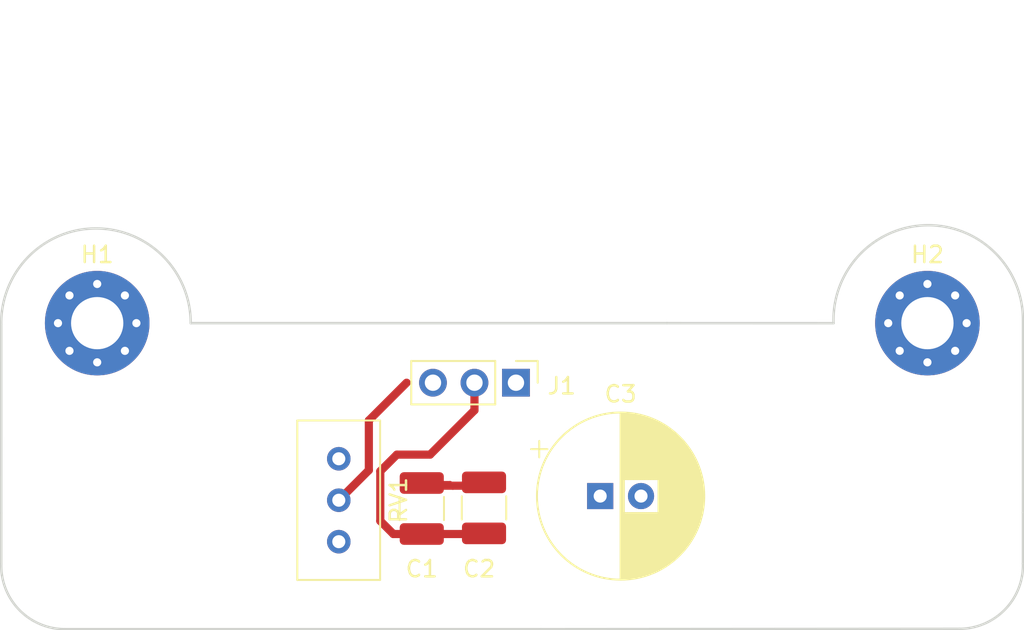
<source format=kicad_pcb>
(kicad_pcb (version 20171130) (host pcbnew "(5.1.9)-1")

  (general
    (thickness 1.6)
    (drawings 14)
    (tracks 22)
    (zones 0)
    (modules 7)
    (nets 5)
  )

  (page A4)
  (layers
    (0 F.Cu signal)
    (31 B.Cu signal)
    (32 B.Adhes user)
    (33 F.Adhes user)
    (34 B.Paste user)
    (35 F.Paste user)
    (36 B.SilkS user)
    (37 F.SilkS user)
    (38 B.Mask user)
    (39 F.Mask user)
    (40 Dwgs.User user)
    (41 Cmts.User user)
    (42 Eco1.User user)
    (43 Eco2.User user)
    (44 Edge.Cuts user)
    (45 Margin user)
    (46 B.CrtYd user)
    (47 F.CrtYd user)
    (48 B.Fab user)
    (49 F.Fab user hide)
  )

  (setup
    (last_trace_width 0.25)
    (user_trace_width 0.5)
    (trace_clearance 0.2)
    (zone_clearance 0.508)
    (zone_45_only no)
    (trace_min 0.2)
    (via_size 0.8)
    (via_drill 0.4)
    (via_min_size 0.4)
    (via_min_drill 0.3)
    (uvia_size 0.3)
    (uvia_drill 0.1)
    (uvias_allowed no)
    (uvia_min_size 0.2)
    (uvia_min_drill 0.1)
    (edge_width 0.05)
    (segment_width 0.2)
    (pcb_text_width 0.3)
    (pcb_text_size 1.5 1.5)
    (mod_edge_width 0.12)
    (mod_text_size 1 1)
    (mod_text_width 0.15)
    (pad_size 6.4 6.4)
    (pad_drill 3.2)
    (pad_to_mask_clearance 0)
    (aux_axis_origin 0 0)
    (visible_elements 7FFFFFFF)
    (pcbplotparams
      (layerselection 0x010fc_ffffffff)
      (usegerberextensions false)
      (usegerberattributes true)
      (usegerberadvancedattributes true)
      (creategerberjobfile true)
      (excludeedgelayer true)
      (linewidth 0.100000)
      (plotframeref false)
      (viasonmask false)
      (mode 1)
      (useauxorigin false)
      (hpglpennumber 1)
      (hpglpenspeed 20)
      (hpglpendiameter 15.000000)
      (psnegative false)
      (psa4output false)
      (plotreference true)
      (plotvalue true)
      (plotinvisibletext false)
      (padsonsilk false)
      (subtractmaskfromsilk false)
      (outputformat 1)
      (mirror false)
      (drillshape 1)
      (scaleselection 1)
      (outputdirectory ""))
  )

  (net 0 "")
  (net 1 Sense-)
  (net 2 Sense+)
  (net 3 TR)
  (net 4 "Net-(RV1-Pad3)")

  (net_class Default "This is the default net class."
    (clearance 0.2)
    (trace_width 0.25)
    (via_dia 0.8)
    (via_drill 0.4)
    (uvia_dia 0.3)
    (uvia_drill 0.1)
    (add_net "Net-(RV1-Pad3)")
    (add_net Sense+)
    (add_net Sense-)
    (add_net TR)
  )

  (module MountingHole:MountingHole_3.2mm_M3_Pad_Via (layer F.Cu) (tedit 56DDBCCA) (tstamp 609D26ED)
    (at 169.95 54.4)
    (descr "Mounting Hole 3.2mm, M3")
    (tags "mounting hole 3.2mm m3")
    (path /607F97D8)
    (attr virtual)
    (fp_text reference H2 (at 0 -4.2) (layer F.SilkS)
      (effects (font (size 1 1) (thickness 0.15)))
    )
    (fp_text value MountingHole_Pad (at 0 4.2) (layer F.Fab)
      (effects (font (size 1 1) (thickness 0.15)))
    )
    (fp_circle (center 0 0) (end 3.2 0) (layer Cmts.User) (width 0.15))
    (fp_circle (center 0 0) (end 3.45 0) (layer F.CrtYd) (width 0.05))
    (fp_text user %R (at 0.3 0) (layer F.Fab)
      (effects (font (size 1 1) (thickness 0.15)))
    )
    (pad 1 thru_hole circle (at 1.697056 -1.697056) (size 0.8 0.8) (drill 0.5) (layers *.Cu *.Mask)
      (net 1 Sense-))
    (pad 1 thru_hole circle (at 0 -2.4) (size 0.8 0.8) (drill 0.5) (layers *.Cu *.Mask)
      (net 1 Sense-))
    (pad 1 thru_hole circle (at -1.697056 -1.697056) (size 0.8 0.8) (drill 0.5) (layers *.Cu *.Mask)
      (net 1 Sense-))
    (pad 1 thru_hole circle (at -2.4 0) (size 0.8 0.8) (drill 0.5) (layers *.Cu *.Mask)
      (net 1 Sense-))
    (pad 1 thru_hole circle (at -1.697056 1.697056) (size 0.8 0.8) (drill 0.5) (layers *.Cu *.Mask)
      (net 1 Sense-))
    (pad 1 thru_hole circle (at 0 2.4) (size 0.8 0.8) (drill 0.5) (layers *.Cu *.Mask)
      (net 1 Sense-))
    (pad 1 thru_hole circle (at 1.697056 1.697056) (size 0.8 0.8) (drill 0.5) (layers *.Cu *.Mask)
      (net 1 Sense-))
    (pad 1 thru_hole circle (at 2.4 0) (size 0.8 0.8) (drill 0.5) (layers *.Cu *.Mask)
      (net 1 Sense-))
    (pad 1 thru_hole circle (at 0 0) (size 6.4 6.4) (drill 3.2) (layers *.Cu *.Mask)
      (net 1 Sense-))
  )

  (module MountingHole:MountingHole_3.2mm_M3_Pad_Via (layer F.Cu) (tedit 56DDBCCA) (tstamp 609D3B33)
    (at 119.125 54.4)
    (descr "Mounting Hole 3.2mm, M3")
    (tags "mounting hole 3.2mm m3")
    (path /607F8F12)
    (attr virtual)
    (fp_text reference H1 (at 0 -4.2) (layer F.SilkS)
      (effects (font (size 1 1) (thickness 0.15)))
    )
    (fp_text value MountingHole_Pad (at 0 4.2) (layer F.Fab)
      (effects (font (size 1 1) (thickness 0.15)))
    )
    (fp_circle (center 0 0) (end 3.2 0) (layer Cmts.User) (width 0.15))
    (fp_circle (center 0 0) (end 3.45 0) (layer F.CrtYd) (width 0.05))
    (fp_text user %R (at 0.3 0) (layer F.Fab)
      (effects (font (size 1 1) (thickness 0.15)))
    )
    (pad 1 thru_hole circle (at 1.697056 -1.697056) (size 0.8 0.8) (drill 0.5) (layers *.Cu *.Mask)
      (net 2 Sense+))
    (pad 1 thru_hole circle (at 0 -2.4) (size 0.8 0.8) (drill 0.5) (layers *.Cu *.Mask)
      (net 2 Sense+))
    (pad 1 thru_hole circle (at -1.697056 -1.697056) (size 0.8 0.8) (drill 0.5) (layers *.Cu *.Mask)
      (net 2 Sense+))
    (pad 1 thru_hole circle (at -2.4 0) (size 0.8 0.8) (drill 0.5) (layers *.Cu *.Mask)
      (net 2 Sense+))
    (pad 1 thru_hole circle (at -1.697056 1.697056) (size 0.8 0.8) (drill 0.5) (layers *.Cu *.Mask)
      (net 2 Sense+))
    (pad 1 thru_hole circle (at 0 2.4) (size 0.8 0.8) (drill 0.5) (layers *.Cu *.Mask)
      (net 2 Sense+))
    (pad 1 thru_hole circle (at 1.697056 1.697056) (size 0.8 0.8) (drill 0.5) (layers *.Cu *.Mask)
      (net 2 Sense+))
    (pad 1 thru_hole circle (at 2.4 0) (size 0.8 0.8) (drill 0.5) (layers *.Cu *.Mask)
      (net 2 Sense+))
    (pad 1 thru_hole circle (at 0 0) (size 6.4 6.4) (drill 3.2) (layers *.Cu *.Mask)
      (net 2 Sense+))
  )

  (module Capacitor_THT:CP_Radial_D10.0mm_P2.50mm (layer F.Cu) (tedit 5AE50EF1) (tstamp 60873ECA)
    (at 149.917 64.995)
    (descr "CP, Radial series, Radial, pin pitch=2.50mm, , diameter=10mm, Electrolytic Capacitor")
    (tags "CP Radial series Radial pin pitch 2.50mm  diameter 10mm Electrolytic Capacitor")
    (path /607F6320)
    (fp_text reference C3 (at 1.25 -6.25) (layer F.SilkS)
      (effects (font (size 1 1) (thickness 0.15)))
    )
    (fp_text value 2.2m (at 1.25 6.25) (layer F.Fab)
      (effects (font (size 1 1) (thickness 0.15)))
    )
    (fp_circle (center 1.25 0) (end 6.25 0) (layer F.Fab) (width 0.1))
    (fp_circle (center 1.25 0) (end 6.37 0) (layer F.SilkS) (width 0.12))
    (fp_circle (center 1.25 0) (end 6.5 0) (layer F.CrtYd) (width 0.05))
    (fp_line (start -3.038861 -2.1875) (end -2.038861 -2.1875) (layer F.Fab) (width 0.1))
    (fp_line (start -2.538861 -2.6875) (end -2.538861 -1.6875) (layer F.Fab) (width 0.1))
    (fp_line (start 1.25 -5.08) (end 1.25 5.08) (layer F.SilkS) (width 0.12))
    (fp_line (start 1.29 -5.08) (end 1.29 5.08) (layer F.SilkS) (width 0.12))
    (fp_line (start 1.33 -5.08) (end 1.33 5.08) (layer F.SilkS) (width 0.12))
    (fp_line (start 1.37 -5.079) (end 1.37 5.079) (layer F.SilkS) (width 0.12))
    (fp_line (start 1.41 -5.078) (end 1.41 5.078) (layer F.SilkS) (width 0.12))
    (fp_line (start 1.45 -5.077) (end 1.45 5.077) (layer F.SilkS) (width 0.12))
    (fp_line (start 1.49 -5.075) (end 1.49 -1.04) (layer F.SilkS) (width 0.12))
    (fp_line (start 1.49 1.04) (end 1.49 5.075) (layer F.SilkS) (width 0.12))
    (fp_line (start 1.53 -5.073) (end 1.53 -1.04) (layer F.SilkS) (width 0.12))
    (fp_line (start 1.53 1.04) (end 1.53 5.073) (layer F.SilkS) (width 0.12))
    (fp_line (start 1.57 -5.07) (end 1.57 -1.04) (layer F.SilkS) (width 0.12))
    (fp_line (start 1.57 1.04) (end 1.57 5.07) (layer F.SilkS) (width 0.12))
    (fp_line (start 1.61 -5.068) (end 1.61 -1.04) (layer F.SilkS) (width 0.12))
    (fp_line (start 1.61 1.04) (end 1.61 5.068) (layer F.SilkS) (width 0.12))
    (fp_line (start 1.65 -5.065) (end 1.65 -1.04) (layer F.SilkS) (width 0.12))
    (fp_line (start 1.65 1.04) (end 1.65 5.065) (layer F.SilkS) (width 0.12))
    (fp_line (start 1.69 -5.062) (end 1.69 -1.04) (layer F.SilkS) (width 0.12))
    (fp_line (start 1.69 1.04) (end 1.69 5.062) (layer F.SilkS) (width 0.12))
    (fp_line (start 1.73 -5.058) (end 1.73 -1.04) (layer F.SilkS) (width 0.12))
    (fp_line (start 1.73 1.04) (end 1.73 5.058) (layer F.SilkS) (width 0.12))
    (fp_line (start 1.77 -5.054) (end 1.77 -1.04) (layer F.SilkS) (width 0.12))
    (fp_line (start 1.77 1.04) (end 1.77 5.054) (layer F.SilkS) (width 0.12))
    (fp_line (start 1.81 -5.05) (end 1.81 -1.04) (layer F.SilkS) (width 0.12))
    (fp_line (start 1.81 1.04) (end 1.81 5.05) (layer F.SilkS) (width 0.12))
    (fp_line (start 1.85 -5.045) (end 1.85 -1.04) (layer F.SilkS) (width 0.12))
    (fp_line (start 1.85 1.04) (end 1.85 5.045) (layer F.SilkS) (width 0.12))
    (fp_line (start 1.89 -5.04) (end 1.89 -1.04) (layer F.SilkS) (width 0.12))
    (fp_line (start 1.89 1.04) (end 1.89 5.04) (layer F.SilkS) (width 0.12))
    (fp_line (start 1.93 -5.035) (end 1.93 -1.04) (layer F.SilkS) (width 0.12))
    (fp_line (start 1.93 1.04) (end 1.93 5.035) (layer F.SilkS) (width 0.12))
    (fp_line (start 1.971 -5.03) (end 1.971 -1.04) (layer F.SilkS) (width 0.12))
    (fp_line (start 1.971 1.04) (end 1.971 5.03) (layer F.SilkS) (width 0.12))
    (fp_line (start 2.011 -5.024) (end 2.011 -1.04) (layer F.SilkS) (width 0.12))
    (fp_line (start 2.011 1.04) (end 2.011 5.024) (layer F.SilkS) (width 0.12))
    (fp_line (start 2.051 -5.018) (end 2.051 -1.04) (layer F.SilkS) (width 0.12))
    (fp_line (start 2.051 1.04) (end 2.051 5.018) (layer F.SilkS) (width 0.12))
    (fp_line (start 2.091 -5.011) (end 2.091 -1.04) (layer F.SilkS) (width 0.12))
    (fp_line (start 2.091 1.04) (end 2.091 5.011) (layer F.SilkS) (width 0.12))
    (fp_line (start 2.131 -5.004) (end 2.131 -1.04) (layer F.SilkS) (width 0.12))
    (fp_line (start 2.131 1.04) (end 2.131 5.004) (layer F.SilkS) (width 0.12))
    (fp_line (start 2.171 -4.997) (end 2.171 -1.04) (layer F.SilkS) (width 0.12))
    (fp_line (start 2.171 1.04) (end 2.171 4.997) (layer F.SilkS) (width 0.12))
    (fp_line (start 2.211 -4.99) (end 2.211 -1.04) (layer F.SilkS) (width 0.12))
    (fp_line (start 2.211 1.04) (end 2.211 4.99) (layer F.SilkS) (width 0.12))
    (fp_line (start 2.251 -4.982) (end 2.251 -1.04) (layer F.SilkS) (width 0.12))
    (fp_line (start 2.251 1.04) (end 2.251 4.982) (layer F.SilkS) (width 0.12))
    (fp_line (start 2.291 -4.974) (end 2.291 -1.04) (layer F.SilkS) (width 0.12))
    (fp_line (start 2.291 1.04) (end 2.291 4.974) (layer F.SilkS) (width 0.12))
    (fp_line (start 2.331 -4.965) (end 2.331 -1.04) (layer F.SilkS) (width 0.12))
    (fp_line (start 2.331 1.04) (end 2.331 4.965) (layer F.SilkS) (width 0.12))
    (fp_line (start 2.371 -4.956) (end 2.371 -1.04) (layer F.SilkS) (width 0.12))
    (fp_line (start 2.371 1.04) (end 2.371 4.956) (layer F.SilkS) (width 0.12))
    (fp_line (start 2.411 -4.947) (end 2.411 -1.04) (layer F.SilkS) (width 0.12))
    (fp_line (start 2.411 1.04) (end 2.411 4.947) (layer F.SilkS) (width 0.12))
    (fp_line (start 2.451 -4.938) (end 2.451 -1.04) (layer F.SilkS) (width 0.12))
    (fp_line (start 2.451 1.04) (end 2.451 4.938) (layer F.SilkS) (width 0.12))
    (fp_line (start 2.491 -4.928) (end 2.491 -1.04) (layer F.SilkS) (width 0.12))
    (fp_line (start 2.491 1.04) (end 2.491 4.928) (layer F.SilkS) (width 0.12))
    (fp_line (start 2.531 -4.918) (end 2.531 -1.04) (layer F.SilkS) (width 0.12))
    (fp_line (start 2.531 1.04) (end 2.531 4.918) (layer F.SilkS) (width 0.12))
    (fp_line (start 2.571 -4.907) (end 2.571 -1.04) (layer F.SilkS) (width 0.12))
    (fp_line (start 2.571 1.04) (end 2.571 4.907) (layer F.SilkS) (width 0.12))
    (fp_line (start 2.611 -4.897) (end 2.611 -1.04) (layer F.SilkS) (width 0.12))
    (fp_line (start 2.611 1.04) (end 2.611 4.897) (layer F.SilkS) (width 0.12))
    (fp_line (start 2.651 -4.885) (end 2.651 -1.04) (layer F.SilkS) (width 0.12))
    (fp_line (start 2.651 1.04) (end 2.651 4.885) (layer F.SilkS) (width 0.12))
    (fp_line (start 2.691 -4.874) (end 2.691 -1.04) (layer F.SilkS) (width 0.12))
    (fp_line (start 2.691 1.04) (end 2.691 4.874) (layer F.SilkS) (width 0.12))
    (fp_line (start 2.731 -4.862) (end 2.731 -1.04) (layer F.SilkS) (width 0.12))
    (fp_line (start 2.731 1.04) (end 2.731 4.862) (layer F.SilkS) (width 0.12))
    (fp_line (start 2.771 -4.85) (end 2.771 -1.04) (layer F.SilkS) (width 0.12))
    (fp_line (start 2.771 1.04) (end 2.771 4.85) (layer F.SilkS) (width 0.12))
    (fp_line (start 2.811 -4.837) (end 2.811 -1.04) (layer F.SilkS) (width 0.12))
    (fp_line (start 2.811 1.04) (end 2.811 4.837) (layer F.SilkS) (width 0.12))
    (fp_line (start 2.851 -4.824) (end 2.851 -1.04) (layer F.SilkS) (width 0.12))
    (fp_line (start 2.851 1.04) (end 2.851 4.824) (layer F.SilkS) (width 0.12))
    (fp_line (start 2.891 -4.811) (end 2.891 -1.04) (layer F.SilkS) (width 0.12))
    (fp_line (start 2.891 1.04) (end 2.891 4.811) (layer F.SilkS) (width 0.12))
    (fp_line (start 2.931 -4.797) (end 2.931 -1.04) (layer F.SilkS) (width 0.12))
    (fp_line (start 2.931 1.04) (end 2.931 4.797) (layer F.SilkS) (width 0.12))
    (fp_line (start 2.971 -4.783) (end 2.971 -1.04) (layer F.SilkS) (width 0.12))
    (fp_line (start 2.971 1.04) (end 2.971 4.783) (layer F.SilkS) (width 0.12))
    (fp_line (start 3.011 -4.768) (end 3.011 -1.04) (layer F.SilkS) (width 0.12))
    (fp_line (start 3.011 1.04) (end 3.011 4.768) (layer F.SilkS) (width 0.12))
    (fp_line (start 3.051 -4.754) (end 3.051 -1.04) (layer F.SilkS) (width 0.12))
    (fp_line (start 3.051 1.04) (end 3.051 4.754) (layer F.SilkS) (width 0.12))
    (fp_line (start 3.091 -4.738) (end 3.091 -1.04) (layer F.SilkS) (width 0.12))
    (fp_line (start 3.091 1.04) (end 3.091 4.738) (layer F.SilkS) (width 0.12))
    (fp_line (start 3.131 -4.723) (end 3.131 -1.04) (layer F.SilkS) (width 0.12))
    (fp_line (start 3.131 1.04) (end 3.131 4.723) (layer F.SilkS) (width 0.12))
    (fp_line (start 3.171 -4.707) (end 3.171 -1.04) (layer F.SilkS) (width 0.12))
    (fp_line (start 3.171 1.04) (end 3.171 4.707) (layer F.SilkS) (width 0.12))
    (fp_line (start 3.211 -4.69) (end 3.211 -1.04) (layer F.SilkS) (width 0.12))
    (fp_line (start 3.211 1.04) (end 3.211 4.69) (layer F.SilkS) (width 0.12))
    (fp_line (start 3.251 -4.674) (end 3.251 -1.04) (layer F.SilkS) (width 0.12))
    (fp_line (start 3.251 1.04) (end 3.251 4.674) (layer F.SilkS) (width 0.12))
    (fp_line (start 3.291 -4.657) (end 3.291 -1.04) (layer F.SilkS) (width 0.12))
    (fp_line (start 3.291 1.04) (end 3.291 4.657) (layer F.SilkS) (width 0.12))
    (fp_line (start 3.331 -4.639) (end 3.331 -1.04) (layer F.SilkS) (width 0.12))
    (fp_line (start 3.331 1.04) (end 3.331 4.639) (layer F.SilkS) (width 0.12))
    (fp_line (start 3.371 -4.621) (end 3.371 -1.04) (layer F.SilkS) (width 0.12))
    (fp_line (start 3.371 1.04) (end 3.371 4.621) (layer F.SilkS) (width 0.12))
    (fp_line (start 3.411 -4.603) (end 3.411 -1.04) (layer F.SilkS) (width 0.12))
    (fp_line (start 3.411 1.04) (end 3.411 4.603) (layer F.SilkS) (width 0.12))
    (fp_line (start 3.451 -4.584) (end 3.451 -1.04) (layer F.SilkS) (width 0.12))
    (fp_line (start 3.451 1.04) (end 3.451 4.584) (layer F.SilkS) (width 0.12))
    (fp_line (start 3.491 -4.564) (end 3.491 -1.04) (layer F.SilkS) (width 0.12))
    (fp_line (start 3.491 1.04) (end 3.491 4.564) (layer F.SilkS) (width 0.12))
    (fp_line (start 3.531 -4.545) (end 3.531 -1.04) (layer F.SilkS) (width 0.12))
    (fp_line (start 3.531 1.04) (end 3.531 4.545) (layer F.SilkS) (width 0.12))
    (fp_line (start 3.571 -4.525) (end 3.571 4.525) (layer F.SilkS) (width 0.12))
    (fp_line (start 3.611 -4.504) (end 3.611 4.504) (layer F.SilkS) (width 0.12))
    (fp_line (start 3.651 -4.483) (end 3.651 4.483) (layer F.SilkS) (width 0.12))
    (fp_line (start 3.691 -4.462) (end 3.691 4.462) (layer F.SilkS) (width 0.12))
    (fp_line (start 3.731 -4.44) (end 3.731 4.44) (layer F.SilkS) (width 0.12))
    (fp_line (start 3.771 -4.417) (end 3.771 4.417) (layer F.SilkS) (width 0.12))
    (fp_line (start 3.811 -4.395) (end 3.811 4.395) (layer F.SilkS) (width 0.12))
    (fp_line (start 3.851 -4.371) (end 3.851 4.371) (layer F.SilkS) (width 0.12))
    (fp_line (start 3.891 -4.347) (end 3.891 4.347) (layer F.SilkS) (width 0.12))
    (fp_line (start 3.931 -4.323) (end 3.931 4.323) (layer F.SilkS) (width 0.12))
    (fp_line (start 3.971 -4.298) (end 3.971 4.298) (layer F.SilkS) (width 0.12))
    (fp_line (start 4.011 -4.273) (end 4.011 4.273) (layer F.SilkS) (width 0.12))
    (fp_line (start 4.051 -4.247) (end 4.051 4.247) (layer F.SilkS) (width 0.12))
    (fp_line (start 4.091 -4.221) (end 4.091 4.221) (layer F.SilkS) (width 0.12))
    (fp_line (start 4.131 -4.194) (end 4.131 4.194) (layer F.SilkS) (width 0.12))
    (fp_line (start 4.171 -4.166) (end 4.171 4.166) (layer F.SilkS) (width 0.12))
    (fp_line (start 4.211 -4.138) (end 4.211 4.138) (layer F.SilkS) (width 0.12))
    (fp_line (start 4.251 -4.11) (end 4.251 4.11) (layer F.SilkS) (width 0.12))
    (fp_line (start 4.291 -4.08) (end 4.291 4.08) (layer F.SilkS) (width 0.12))
    (fp_line (start 4.331 -4.05) (end 4.331 4.05) (layer F.SilkS) (width 0.12))
    (fp_line (start 4.371 -4.02) (end 4.371 4.02) (layer F.SilkS) (width 0.12))
    (fp_line (start 4.411 -3.989) (end 4.411 3.989) (layer F.SilkS) (width 0.12))
    (fp_line (start 4.451 -3.957) (end 4.451 3.957) (layer F.SilkS) (width 0.12))
    (fp_line (start 4.491 -3.925) (end 4.491 3.925) (layer F.SilkS) (width 0.12))
    (fp_line (start 4.531 -3.892) (end 4.531 3.892) (layer F.SilkS) (width 0.12))
    (fp_line (start 4.571 -3.858) (end 4.571 3.858) (layer F.SilkS) (width 0.12))
    (fp_line (start 4.611 -3.824) (end 4.611 3.824) (layer F.SilkS) (width 0.12))
    (fp_line (start 4.651 -3.789) (end 4.651 3.789) (layer F.SilkS) (width 0.12))
    (fp_line (start 4.691 -3.753) (end 4.691 3.753) (layer F.SilkS) (width 0.12))
    (fp_line (start 4.731 -3.716) (end 4.731 3.716) (layer F.SilkS) (width 0.12))
    (fp_line (start 4.771 -3.679) (end 4.771 3.679) (layer F.SilkS) (width 0.12))
    (fp_line (start 4.811 -3.64) (end 4.811 3.64) (layer F.SilkS) (width 0.12))
    (fp_line (start 4.851 -3.601) (end 4.851 3.601) (layer F.SilkS) (width 0.12))
    (fp_line (start 4.891 -3.561) (end 4.891 3.561) (layer F.SilkS) (width 0.12))
    (fp_line (start 4.931 -3.52) (end 4.931 3.52) (layer F.SilkS) (width 0.12))
    (fp_line (start 4.971 -3.478) (end 4.971 3.478) (layer F.SilkS) (width 0.12))
    (fp_line (start 5.011 -3.436) (end 5.011 3.436) (layer F.SilkS) (width 0.12))
    (fp_line (start 5.051 -3.392) (end 5.051 3.392) (layer F.SilkS) (width 0.12))
    (fp_line (start 5.091 -3.347) (end 5.091 3.347) (layer F.SilkS) (width 0.12))
    (fp_line (start 5.131 -3.301) (end 5.131 3.301) (layer F.SilkS) (width 0.12))
    (fp_line (start 5.171 -3.254) (end 5.171 3.254) (layer F.SilkS) (width 0.12))
    (fp_line (start 5.211 -3.206) (end 5.211 3.206) (layer F.SilkS) (width 0.12))
    (fp_line (start 5.251 -3.156) (end 5.251 3.156) (layer F.SilkS) (width 0.12))
    (fp_line (start 5.291 -3.106) (end 5.291 3.106) (layer F.SilkS) (width 0.12))
    (fp_line (start 5.331 -3.054) (end 5.331 3.054) (layer F.SilkS) (width 0.12))
    (fp_line (start 5.371 -3) (end 5.371 3) (layer F.SilkS) (width 0.12))
    (fp_line (start 5.411 -2.945) (end 5.411 2.945) (layer F.SilkS) (width 0.12))
    (fp_line (start 5.451 -2.889) (end 5.451 2.889) (layer F.SilkS) (width 0.12))
    (fp_line (start 5.491 -2.83) (end 5.491 2.83) (layer F.SilkS) (width 0.12))
    (fp_line (start 5.531 -2.77) (end 5.531 2.77) (layer F.SilkS) (width 0.12))
    (fp_line (start 5.571 -2.709) (end 5.571 2.709) (layer F.SilkS) (width 0.12))
    (fp_line (start 5.611 -2.645) (end 5.611 2.645) (layer F.SilkS) (width 0.12))
    (fp_line (start 5.651 -2.579) (end 5.651 2.579) (layer F.SilkS) (width 0.12))
    (fp_line (start 5.691 -2.51) (end 5.691 2.51) (layer F.SilkS) (width 0.12))
    (fp_line (start 5.731 -2.439) (end 5.731 2.439) (layer F.SilkS) (width 0.12))
    (fp_line (start 5.771 -2.365) (end 5.771 2.365) (layer F.SilkS) (width 0.12))
    (fp_line (start 5.811 -2.289) (end 5.811 2.289) (layer F.SilkS) (width 0.12))
    (fp_line (start 5.851 -2.209) (end 5.851 2.209) (layer F.SilkS) (width 0.12))
    (fp_line (start 5.891 -2.125) (end 5.891 2.125) (layer F.SilkS) (width 0.12))
    (fp_line (start 5.931 -2.037) (end 5.931 2.037) (layer F.SilkS) (width 0.12))
    (fp_line (start 5.971 -1.944) (end 5.971 1.944) (layer F.SilkS) (width 0.12))
    (fp_line (start 6.011 -1.846) (end 6.011 1.846) (layer F.SilkS) (width 0.12))
    (fp_line (start 6.051 -1.742) (end 6.051 1.742) (layer F.SilkS) (width 0.12))
    (fp_line (start 6.091 -1.63) (end 6.091 1.63) (layer F.SilkS) (width 0.12))
    (fp_line (start 6.131 -1.51) (end 6.131 1.51) (layer F.SilkS) (width 0.12))
    (fp_line (start 6.171 -1.378) (end 6.171 1.378) (layer F.SilkS) (width 0.12))
    (fp_line (start 6.211 -1.23) (end 6.211 1.23) (layer F.SilkS) (width 0.12))
    (fp_line (start 6.251 -1.062) (end 6.251 1.062) (layer F.SilkS) (width 0.12))
    (fp_line (start 6.291 -0.862) (end 6.291 0.862) (layer F.SilkS) (width 0.12))
    (fp_line (start 6.331 -0.599) (end 6.331 0.599) (layer F.SilkS) (width 0.12))
    (fp_line (start -4.229646 -2.875) (end -3.229646 -2.875) (layer F.SilkS) (width 0.12))
    (fp_line (start -3.729646 -3.375) (end -3.729646 -2.375) (layer F.SilkS) (width 0.12))
    (fp_text user %R (at 1.25 0) (layer F.Fab)
      (effects (font (size 1 1) (thickness 0.15)))
    )
    (pad 2 thru_hole circle (at 2.5 0) (size 1.6 1.6) (drill 0.8) (layers *.Cu *.Mask)
      (net 1 Sense-))
    (pad 1 thru_hole rect (at 0 0) (size 1.6 1.6) (drill 0.8) (layers *.Cu *.Mask)
      (net 2 Sense+))
    (model ${KISYS3DMOD}/Capacitor_THT.3dshapes/CP_Radial_D10.0mm_P2.50mm.wrl
      (at (xyz 0 0 0))
      (scale (xyz 1 1 1))
      (rotate (xyz 0 0 0))
    )
  )

  (module Capacitor_SMD:C_1210_3225Metric_Pad1.33x2.70mm_HandSolder (layer F.Cu) (tedit 5F68FEEF) (tstamp 60911BB1)
    (at 138.995 65.757 90)
    (descr "Capacitor SMD 1210 (3225 Metric), square (rectangular) end terminal, IPC_7351 nominal with elongated pad for handsoldering. (Body size source: IPC-SM-782 page 76, https://www.pcb-3d.com/wordpress/wp-content/uploads/ipc-sm-782a_amendment_1_and_2.pdf), generated with kicad-footprint-generator")
    (tags "capacitor handsolder")
    (path /607F5324)
    (attr smd)
    (fp_text reference C1 (at -3.7 0 180) (layer F.SilkS)
      (effects (font (size 1 1) (thickness 0.15)))
    )
    (fp_text value 100n (at 0 2.3 90) (layer F.Fab)
      (effects (font (size 1 1) (thickness 0.15)))
    )
    (fp_line (start 2.48 1.6) (end -2.48 1.6) (layer F.CrtYd) (width 0.05))
    (fp_line (start 2.48 -1.6) (end 2.48 1.6) (layer F.CrtYd) (width 0.05))
    (fp_line (start -2.48 -1.6) (end 2.48 -1.6) (layer F.CrtYd) (width 0.05))
    (fp_line (start -2.48 1.6) (end -2.48 -1.6) (layer F.CrtYd) (width 0.05))
    (fp_line (start -0.711252 1.36) (end 0.711252 1.36) (layer F.SilkS) (width 0.12))
    (fp_line (start -0.711252 -1.36) (end 0.711252 -1.36) (layer F.SilkS) (width 0.12))
    (fp_line (start 1.6 1.25) (end -1.6 1.25) (layer F.Fab) (width 0.1))
    (fp_line (start 1.6 -1.25) (end 1.6 1.25) (layer F.Fab) (width 0.1))
    (fp_line (start -1.6 -1.25) (end 1.6 -1.25) (layer F.Fab) (width 0.1))
    (fp_line (start -1.6 1.25) (end -1.6 -1.25) (layer F.Fab) (width 0.1))
    (fp_text user %R (at 0 0 90) (layer F.Fab)
      (effects (font (size 0.8 0.8) (thickness 0.12)))
    )
    (pad 2 smd roundrect (at 1.5625 0 90) (size 1.325 2.7) (layers F.Cu F.Paste F.Mask) (roundrect_rratio 0.188679)
      (net 1 Sense-))
    (pad 1 smd roundrect (at -1.5625 0 90) (size 1.325 2.7) (layers F.Cu F.Paste F.Mask) (roundrect_rratio 0.188679)
      (net 2 Sense+))
    (model ${KISYS3DMOD}/Capacitor_SMD.3dshapes/C_1210_3225Metric.wrl
      (at (xyz 0 0 0))
      (scale (xyz 1 1 1))
      (rotate (xyz 0 0 0))
    )
  )

  (module Potentiometer_THT:Potentiometer_Bourns_3296W_Vertical (layer F.Cu) (tedit 5A3D4994) (tstamp 60909014)
    (at 133.915 67.789 270)
    (descr "Potentiometer, vertical, Bourns 3296W, https://www.bourns.com/pdfs/3296.pdf")
    (tags "Potentiometer vertical Bourns 3296W")
    (path /60908837)
    (fp_text reference RV1 (at -2.54 -3.66 90) (layer F.SilkS)
      (effects (font (size 1 1) (thickness 0.15)))
    )
    (fp_text value R_POT_TRIM (at -2.54 3.67 90) (layer F.Fab)
      (effects (font (size 1 1) (thickness 0.15)))
    )
    (fp_line (start 2.5 -2.7) (end -7.6 -2.7) (layer F.CrtYd) (width 0.05))
    (fp_line (start 2.5 2.7) (end 2.5 -2.7) (layer F.CrtYd) (width 0.05))
    (fp_line (start -7.6 2.7) (end 2.5 2.7) (layer F.CrtYd) (width 0.05))
    (fp_line (start -7.6 -2.7) (end -7.6 2.7) (layer F.CrtYd) (width 0.05))
    (fp_line (start 2.345 -2.53) (end 2.345 2.54) (layer F.SilkS) (width 0.12))
    (fp_line (start -7.425 -2.53) (end -7.425 2.54) (layer F.SilkS) (width 0.12))
    (fp_line (start -7.425 2.54) (end 2.345 2.54) (layer F.SilkS) (width 0.12))
    (fp_line (start -7.425 -2.53) (end 2.345 -2.53) (layer F.SilkS) (width 0.12))
    (fp_line (start 0.955 2.235) (end 0.956 0.066) (layer F.Fab) (width 0.1))
    (fp_line (start 0.955 2.235) (end 0.956 0.066) (layer F.Fab) (width 0.1))
    (fp_line (start 2.225 -2.41) (end -7.305 -2.41) (layer F.Fab) (width 0.1))
    (fp_line (start 2.225 2.42) (end 2.225 -2.41) (layer F.Fab) (width 0.1))
    (fp_line (start -7.305 2.42) (end 2.225 2.42) (layer F.Fab) (width 0.1))
    (fp_line (start -7.305 -2.41) (end -7.305 2.42) (layer F.Fab) (width 0.1))
    (fp_circle (center 0.955 1.15) (end 2.05 1.15) (layer F.Fab) (width 0.1))
    (fp_text user %R (at -3.175 0.005 90) (layer F.Fab)
      (effects (font (size 1 1) (thickness 0.15)))
    )
    (pad 3 thru_hole circle (at -5.08 0 270) (size 1.44 1.44) (drill 0.8) (layers *.Cu *.Mask)
      (net 4 "Net-(RV1-Pad3)"))
    (pad 2 thru_hole circle (at -2.54 0 270) (size 1.44 1.44) (drill 0.8) (layers *.Cu *.Mask)
      (net 3 TR))
    (pad 1 thru_hole circle (at 0 0 270) (size 1.44 1.44) (drill 0.8) (layers *.Cu *.Mask)
      (net 1 Sense-))
    (model ${KISYS3DMOD}/Potentiometer_THT.3dshapes/Potentiometer_Bourns_3296W_Vertical.wrl
      (at (xyz 0 0 0))
      (scale (xyz 1 1 1))
      (rotate (xyz 0 0 0))
    )
  )

  (module Capacitor_SMD:C_1210_3225Metric_Pad1.33x2.70mm_HandSolder (layer F.Cu) (tedit 5F68FEEF) (tstamp 60832905)
    (at 142.805 65.7185 90)
    (descr "Capacitor SMD 1210 (3225 Metric), square (rectangular) end terminal, IPC_7351 nominal with elongated pad for handsoldering. (Body size source: IPC-SM-782 page 76, https://www.pcb-3d.com/wordpress/wp-content/uploads/ipc-sm-782a_amendment_1_and_2.pdf), generated with kicad-footprint-generator")
    (tags "capacitor handsolder")
    (path /607F6033)
    (attr smd)
    (fp_text reference C2 (at -3.7375 -0.3 180) (layer F.SilkS)
      (effects (font (size 1 1) (thickness 0.15)))
    )
    (fp_text value 10u (at 0 2.3 90) (layer F.Fab)
      (effects (font (size 1 1) (thickness 0.15)))
    )
    (fp_line (start 2.48 1.6) (end -2.48 1.6) (layer F.CrtYd) (width 0.05))
    (fp_line (start 2.48 -1.6) (end 2.48 1.6) (layer F.CrtYd) (width 0.05))
    (fp_line (start -2.48 -1.6) (end 2.48 -1.6) (layer F.CrtYd) (width 0.05))
    (fp_line (start -2.48 1.6) (end -2.48 -1.6) (layer F.CrtYd) (width 0.05))
    (fp_line (start -0.711252 1.36) (end 0.711252 1.36) (layer F.SilkS) (width 0.12))
    (fp_line (start -0.711252 -1.36) (end 0.711252 -1.36) (layer F.SilkS) (width 0.12))
    (fp_line (start 1.6 1.25) (end -1.6 1.25) (layer F.Fab) (width 0.1))
    (fp_line (start 1.6 -1.25) (end 1.6 1.25) (layer F.Fab) (width 0.1))
    (fp_line (start -1.6 -1.25) (end 1.6 -1.25) (layer F.Fab) (width 0.1))
    (fp_line (start -1.6 1.25) (end -1.6 -1.25) (layer F.Fab) (width 0.1))
    (fp_text user %R (at 0 0 90) (layer F.Fab)
      (effects (font (size 0.8 0.8) (thickness 0.12)))
    )
    (pad 2 smd roundrect (at 1.5625 0 90) (size 1.325 2.7) (layers F.Cu F.Paste F.Mask) (roundrect_rratio 0.188679)
      (net 1 Sense-))
    (pad 1 smd roundrect (at -1.5625 0 90) (size 1.325 2.7) (layers F.Cu F.Paste F.Mask) (roundrect_rratio 0.188679)
      (net 2 Sense+))
    (model ${KISYS3DMOD}/Capacitor_SMD.3dshapes/C_1210_3225Metric.wrl
      (at (xyz 0 0 0))
      (scale (xyz 1 1 1))
      (rotate (xyz 0 0 0))
    )
  )

  (module Connector_PinHeader_2.54mm:PinHeader_1x03_P2.54mm_Vertical (layer F.Cu) (tedit 59FED5CC) (tstamp 6083294D)
    (at 144.761 58.049 270)
    (descr "Through hole straight pin header, 1x03, 2.54mm pitch, single row")
    (tags "Through hole pin header THT 1x03 2.54mm single row")
    (path /60838562)
    (fp_text reference J1 (at 0.2 -2.8 180) (layer F.SilkS)
      (effects (font (size 1 1) (thickness 0.15)))
    )
    (fp_text value Conn_01x03_Female (at 0 7.41 90) (layer F.Fab)
      (effects (font (size 1 1) (thickness 0.15)))
    )
    (fp_line (start -0.635 -1.27) (end 1.27 -1.27) (layer F.Fab) (width 0.1))
    (fp_line (start 1.27 -1.27) (end 1.27 6.35) (layer F.Fab) (width 0.1))
    (fp_line (start 1.27 6.35) (end -1.27 6.35) (layer F.Fab) (width 0.1))
    (fp_line (start -1.27 6.35) (end -1.27 -0.635) (layer F.Fab) (width 0.1))
    (fp_line (start -1.27 -0.635) (end -0.635 -1.27) (layer F.Fab) (width 0.1))
    (fp_line (start -1.33 6.41) (end 1.33 6.41) (layer F.SilkS) (width 0.12))
    (fp_line (start -1.33 1.27) (end -1.33 6.41) (layer F.SilkS) (width 0.12))
    (fp_line (start 1.33 1.27) (end 1.33 6.41) (layer F.SilkS) (width 0.12))
    (fp_line (start -1.33 1.27) (end 1.33 1.27) (layer F.SilkS) (width 0.12))
    (fp_line (start -1.33 0) (end -1.33 -1.33) (layer F.SilkS) (width 0.12))
    (fp_line (start -1.33 -1.33) (end 0 -1.33) (layer F.SilkS) (width 0.12))
    (fp_line (start -1.8 -1.8) (end -1.8 6.85) (layer F.CrtYd) (width 0.05))
    (fp_line (start -1.8 6.85) (end 1.8 6.85) (layer F.CrtYd) (width 0.05))
    (fp_line (start 1.8 6.85) (end 1.8 -1.8) (layer F.CrtYd) (width 0.05))
    (fp_line (start 1.8 -1.8) (end -1.8 -1.8) (layer F.CrtYd) (width 0.05))
    (fp_text user %R (at 0 2.54) (layer F.Fab)
      (effects (font (size 1 1) (thickness 0.15)))
    )
    (pad 3 thru_hole oval (at 0 5.08 270) (size 1.7 1.7) (drill 1) (layers *.Cu *.Mask)
      (net 3 TR))
    (pad 2 thru_hole oval (at 0 2.54 270) (size 1.7 1.7) (drill 1) (layers *.Cu *.Mask)
      (net 2 Sense+))
    (pad 1 thru_hole rect (at 0 0 270) (size 1.7 1.7) (drill 1) (layers *.Cu *.Mask)
      (net 1 Sense-))
    (model ${KISYS3DMOD}/Connector_PinHeader_2.54mm.3dshapes/PinHeader_1x03_P2.54mm_Vertical.wrl
      (at (xyz 0 0 0))
      (scale (xyz 1 1 1))
      (rotate (xyz 0 0 0))
    )
  )

  (dimension 50.825 (width 0.15) (layer Dwgs.User) (tstamp 609D3BC2)
    (gr_text "50.825 mm" (at 144.5375 35.300001) (layer Dwgs.User) (tstamp 609D3BC3)
      (effects (font (size 1 1) (thickness 0.15)))
    )
    (feature1 (pts (xy 119.125 54.4) (xy 119.125 36.01358)))
    (feature2 (pts (xy 169.95 54.4) (xy 169.95 36.01358)))
    (crossbar (pts (xy 169.95 36.600001) (xy 119.125 36.600001)))
    (arrow1a (pts (xy 119.125 36.600001) (xy 120.251504 36.01358)))
    (arrow1b (pts (xy 119.125 36.600001) (xy 120.251504 37.186422)))
    (arrow2a (pts (xy 169.95 36.600001) (xy 168.823496 36.01358)))
    (arrow2b (pts (xy 169.95 36.600001) (xy 168.823496 37.186422)))
  )
  (gr_line (start 117.15 73.148256) (end 146.3 73.148256) (layer Edge.Cuts) (width 0.15) (tstamp 609D3536))
  (gr_line (start 124.85 54.4) (end 154 54.4) (layer Edge.Cuts) (width 0.15) (tstamp 609D3535))
  (gr_arc (start 170 54.2) (end 175.8 54.2) (angle -182) (layer Edge.Cuts) (width 0.15) (tstamp 609D271E))
  (gr_line (start 175.798845 66.00509) (end 175.8 54.25) (layer Edge.Cuts) (width 0.15) (tstamp 609D271B))
  (gr_line (start 146.3 73.148256) (end 171.9 73.128) (layer Edge.Cuts) (width 0.15) (tstamp 609D2718))
  (gr_line (start 175.8 54.25) (end 175.8 54.2) (layer Edge.Cuts) (width 0.05) (tstamp 609D2715))
  (gr_line (start 154 54.4) (end 164.203533 54.402417) (layer Edge.Cuts) (width 0.15) (tstamp 609D2712))
  (gr_arc (start 171.9 69.228) (end 171.9 73.128) (angle -91.4) (layer Edge.Cuts) (width 0.15) (tstamp 609D270F))
  (gr_line (start 175.798845 66.00509) (end 175.798845 69.13309) (layer Edge.Cuts) (width 0.15) (tstamp 609D270C))
  (gr_line (start 113.251155 66.025346) (end 113.251155 69.153346) (layer Edge.Cuts) (width 0.15) (tstamp 60909F58))
  (gr_line (start 113.251155 66.025346) (end 113.250565 54.480981) (layer Edge.Cuts) (width 0.15) (tstamp 60872F13))
  (gr_arc (start 117.15 69.248256) (end 117.15 73.148256) (angle 91.4) (layer Edge.Cuts) (width 0.15) (tstamp 608746C4))
  (gr_arc (start 119.05 54.4) (end 124.85 54.4) (angle -180.8) (layer Edge.Cuts) (width 0.15))

  (segment (start 140.7345 64.1945) (end 140.899 64.359) (width 0.25) (layer F.Cu) (net 1))
  (segment (start 140.899 64.359) (end 142.476 64.359) (width 0.5) (layer F.Cu) (net 1))
  (segment (start 138.995 64.1945) (end 140.7345 64.1945) (width 0.25) (layer F.Cu) (net 1))
  (segment (start 138.791 64.359) (end 140.899 64.359) (width 0.5) (layer F.Cu) (net 1))
  (segment (start 142.805 64.156) (end 143.744 64.156) (width 0.25) (layer F.Cu) (net 1))
  (segment (start 142.551 64.156) (end 143.744 64.156) (width 0.5) (layer F.Cu) (net 1))
  (segment (start 142.5125 67.3195) (end 142.551 67.281) (width 0.5) (layer F.Cu) (net 2))
  (segment (start 138.741 67.3195) (end 142.5125 67.3195) (width 0.5) (layer F.Cu) (net 2))
  (segment (start 142.221 58.049) (end 142.221 59.737) (width 0.5) (layer F.Cu) (net 2))
  (segment (start 142.221 59.737) (end 139.503 62.455) (width 0.5) (layer F.Cu) (net 2))
  (segment (start 139.503 62.455) (end 137.471 62.455) (width 0.5) (layer F.Cu) (net 2))
  (segment (start 137.471 62.455) (end 136.455 63.471) (width 0.5) (layer F.Cu) (net 2))
  (segment (start 136.455 63.471) (end 136.455 66.519) (width 0.5) (layer F.Cu) (net 2))
  (segment (start 137.2555 67.3195) (end 138.741 67.3195) (width 0.5) (layer F.Cu) (net 2))
  (segment (start 136.455 66.519) (end 137.2555 67.3195) (width 0.5) (layer F.Cu) (net 2))
  (segment (start 138.995 67.3195) (end 137.2555 67.3195) (width 0.25) (layer F.Cu) (net 2))
  (segment (start 142.7665 67.3195) (end 142.805 67.281) (width 0.25) (layer F.Cu) (net 2))
  (segment (start 138.995 67.3195) (end 142.7665 67.3195) (width 0.25) (layer F.Cu) (net 2))
  (segment (start 121.45 54.4) (end 119.05 54.4) (width 0.25) (layer F.Cu) (net 2) (tstamp 609D3B54))
  (segment (start 135.75499 60.36101) (end 138.067 58.049) (width 0.5) (layer F.Cu) (net 3))
  (segment (start 135.75499 63.40901) (end 135.75499 60.36101) (width 0.5) (layer F.Cu) (net 3))
  (segment (start 133.915 65.249) (end 135.75499 63.40901) (width 0.5) (layer F.Cu) (net 3))

)

</source>
